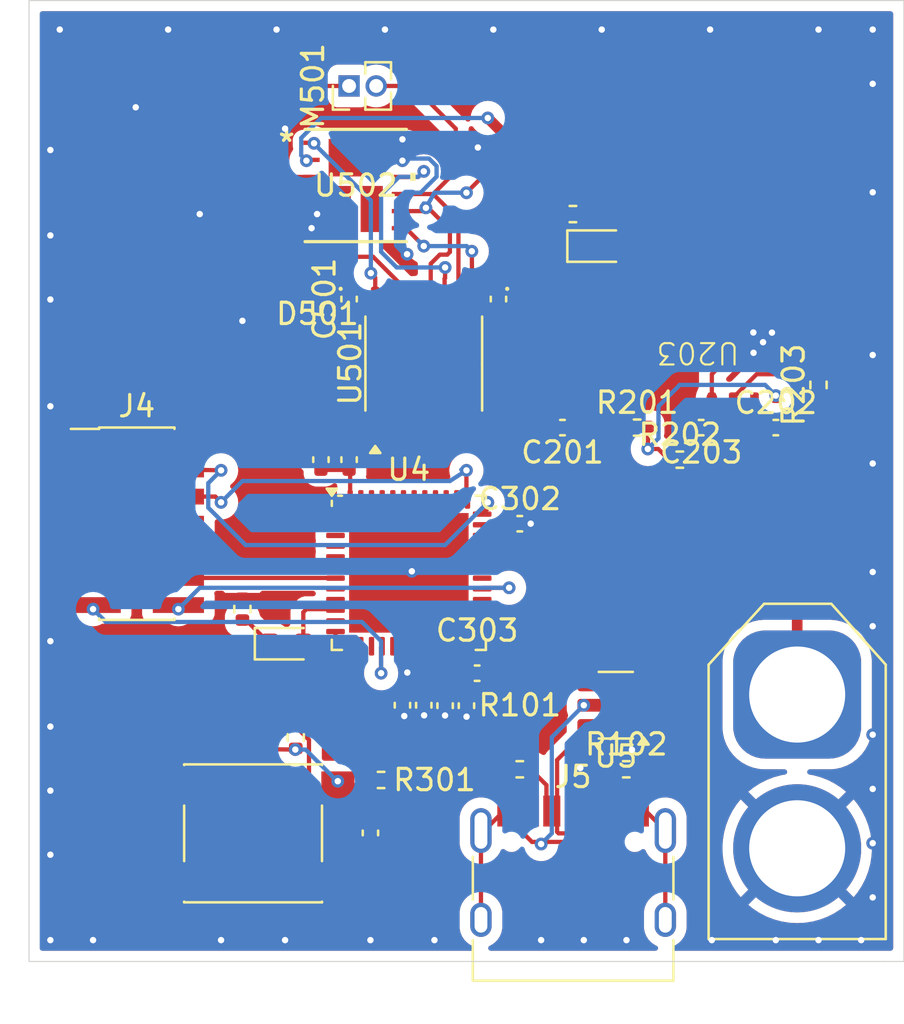
<source format=kicad_pcb>
(kicad_pcb (version 20240108) (generator "pcbnew") (generator_version "8.0")
  (layers (0 "F.Cu" signal) (31 "B.Cu" signal) (34 "B.Paste" user) (35 "F.Paste" user) (36 "B.SilkS" user "B.Silkscreen") (37 "F.SilkS" user "F.Silkscreen") (38 "B.Mask" user) (39 "F.Mask" user) (44 "Edge.Cuts" user))
  (net 0 "")
  (net 1 "GND")
  (net 2 "+3.3V")
  (net 3 "/PSU/VBAT")
  (net 4 "/CPU/BTN")
  (net 5 "/Motor/BHS")
  (net 6 "Net-(U501-BHB)")
  (net 7 "/Motor/AHS")
  (net 8 "Net-(D201-K)")
  (net 9 "/CPU/LED")
  (net 10 "Net-(D301-K)")
  (net 11 "/CPU/RX")
  (net 13 "/CPU/SWCLK")
  (net 16 "/CPU/TX")
  (net 17 "/CPU/NRST")
  (net 18 "/CPU/SWDIO")
  (net 21 "/USB/V_USB")
  (net 22 "/USB/ISO_GND")
  (net 23 "/USB/D-")
  (net 24 "Net-(J5-CC2)")
  (net 25 "Net-(J5-CC1)")
  (net 27 "/USB/D+")
  (net 29 "Net-(U203-FB)")
  (net 66 "/USB/USB_DP")
  (net 67 "/USB/USB_DM")
  (net 68 "/Motor/AHI")
  (net 70 "/Motor/BLO")
  (net 71 "/Motor/AHO")
  (net 72 "/Motor/BHO")
  (net 73 "/Motor/ALI")
  (net 74 "/Motor/ALO")
  (net 75 "Net-(R301-Pad2)")
  (net 76 "Net-(U501-AHB)")
  (net 77 "/Motor/BLI")
  (net 78 "/Motor/BHI")
  (net 80 "Net-(U203-VCC)")
  (net 81 "Net-(U203-FSW)")
  (net 82 "Net-(U203-EN)")
  (footprint "Package_SO:TSSOP-16_4.4x5mm_P0.65mm" (layer "F.Cu") (at 108.5 102 90)
    (property "Reference" "U501")
    (property "Value" "~")
  )
  (footprint "Connector_AMASS:AMASS_XT60-F_1x02_P7.20mm_Vertical" (layer "F.Cu") (at 126 117.5 -90)
    (property "Reference" "J201" (hide yes))
    (property "Value" "Conn_01x02_Pin")
  )
  (footprint "FDMQ86530L:MLP_4P5X5_ONS-L" (layer "F.Cu") (at 105.3111 93.6611)
    (property "Reference" "U502")
    (property "Value" "~")
  )
  (footprint "Resistor_SMD:R_0402_1005Metric" (layer "F.Cu") (at 127 103 90)
    (property "Reference" "R203")
    (property "Value" "R")
  )
  (footprint "Capacitor_SMD:C_0402_1005Metric" (layer "F.Cu") (at 105 106.5 90)
    (property "Reference" "C301" (hide yes))
    (property "Value" "100n")
  )
  (footprint "Capacitor_SMD:C_0402_1005Metric" (layer "F.Cu") (at 112 98.98 90)
    (property "Reference" "C502" (hide yes))
    (property "Value" "C")
  )
  (footprint "Capacitor_SMD:C_0402_1005Metric" (layer "F.Cu") (at 109.5 118.02 -90)
    (property "Reference" "C309" (hide yes))
    (property "Value" "1u")
  )
  (footprint "Diode_SMD:D_0402_1005Metric" (layer "F.Cu") (at 103.515 98.5 180)
    (property "Reference" "D501")
    (property "Value" "D_Zener")
  )
  (footprint "Resistor_SMD:R_0402_1005Metric" (layer "F.Cu") (at 117.99 121)
    (property "Reference" "R102")
    (property "Value" "5.1k")
  )
  (footprint "Capacitor_SMD:C_0402_1005Metric" (layer "F.Cu") (at 113 109.5)
    (property "Reference" "C302")
    (property "Value" "100n")
  )
  (footprint "Resistor_SMD:R_0402_1005Metric" (layer "F.Cu") (at 113 121 180)
    (property "Reference" "R101")
    (property "Value" "5.1k")
  )
  (footprint "Capacitor_SMD:C_0402_1005Metric" (layer "F.Cu") (at 103.68 106.5 90)
    (property "Reference" "C305" (hide yes))
    (property "Value" "4.7u")
  )
  (footprint "Capacitor_SMD:C_0402_1005Metric" (layer "F.Cu") (at 108.5 118 -90)
    (property "Reference" "C307" (hide yes))
    (property "Value" "100n")
  )
  (footprint "Connector_PinHeader_1.27mm:PinHeader_2x07_P1.27mm_Vertical_SMD" (layer "F.Cu") (at 95.05 109.5)
    (property "Reference" "J4")
    (property "Value" "Conn_ST_STDC14")
  )
  (footprint "Capacitor_SMD:C_0402_1005Metric" (layer "F.Cu") (at 121.5 105 180)
    (property "Reference" "C203")
    (property "Value" "C")
  )
  (footprint "Capacitor_SMD:C_0402_1005Metric" (layer "F.Cu") (at 107.5 118 -90)
    (property "Reference" "C308" (hide yes))
    (property "Value" "1u")
  )
  (footprint "Capacitor_SMD:C_0402_1005Metric" (layer "F.Cu") (at 105 98.98 90)
    (property "Reference" "C501")
    (property "Value" "C")
  )
  (footprint "Resistor_SMD:R_0402_1005Metric" (layer "F.Cu") (at 118.5 105)
    (property "Reference" "R201")
    (property "Value" "402K")
  )
  (footprint "LED_SMD:LED_0603_1608Metric" (layer "F.Cu") (at 102.067106 115.119214)
    (property "Reference" "D301" (hide yes))
    (property "Value" "LED")
  )
  (footprint "Resistor_SMD:R_0402_1005Metric" (layer "F.Cu") (at 102.5 119.51 -90)
    (property "Reference" "R302" (hide yes))
    (property "Value" "10k" (hide yes))
  )
  (footprint "Capacitor_SMD:C_0402_1005Metric" (layer "F.Cu") (at 110.5 118.02 -90)
    (property "Reference" "C306" (hide yes))
    (property "Value" "10n")
  )
  (footprint "Diode_SMD:D_0402_1005Metric" (layer "F.Cu") (at 113.5 98.5)
    (property "Reference" "D502" (hide yes))
    (property "Value" "D_Zener")
  )
  (footprint "Capacitor_SMD:C_0402_1005Metric" (layer "F.Cu") (at 111 116.5)
    (property "Reference" "C303")
    (property "Value" "100n")
  )
  (footprint "Capacitor_SMD:C_0402_1005Metric" (layer "F.Cu") (at 115 105 180)
    (property "Reference" "C201")
    (property "Value" "C")
  )
  (footprint "Connector_USB:USB_C_Receptacle_HRO_TYPE-C-31-M-12" (layer "F.Cu") (at 115.5 127)
    (property "Reference" "J5")
    (property "Value" "USB_C_Receptacle_USB2.0_16P")
  )
  (footprint "Resistor_SMD:R_0402_1005Metric" (layer "F.Cu") (at 115.49 95)
    (property "Reference" "R204" (hide yes))
    (property "Value" "10k" (hide yes))
  )
  (footprint "Package_TO_SOT_SMD:SOT-23-6" (layer "F.Cu") (at 117.5 118 180)
    (property "Reference" "U5")
    (property "Value" "USBLC6-2SC6")
  )
  (footprint "Button_Switch_SMD:SW_Push_1P1T_NO_6x6mm_H9.5mm" (layer "F.Cu") (at 100.5 124)
    (property "Reference" "SW301" (hide yes))
    (property "Value" "SW_Push" (hide yes))
  )
  (footprint "Resistor_SMD:R_0402_1005Metric" (layer "F.Cu") (at 120.5 106.5)
    (property "Reference" "R202")
    (property "Value" "80")
  )
  (footprint "Capacitor_SMD:C_0402_1005Metric" (layer "F.Cu") (at 125 105)
    (property "Reference" "C202")
    (property "Value" "C")
  )
  (footprint "MakerMotor:171013801" (layer "F.Cu") (at 121.35 101 180)
    (property "Reference" "U203")
    (property "Value" "~")
  )
  (footprint "Connector_PinHeader_1.27mm:PinHeader_1x02_P1.27mm_Vertical" (layer "F.Cu") (at 105 89 90)
    (property "Reference" "M501")
    (property "Value" "Motor_DC")
  )
  (footprint "LED_SMD:LED_0603_1608Metric" (layer "F.Cu") (at 116.7125 96.5)
    (property "Reference" "D201" (hide yes))
    (property "Value" "LED")
  )
  (footprint "Package_DFN_QFN:QFN-48-1EP_7x7mm_P0.5mm_EP5.6x5.6mm" (layer "F.Cu") (at 107.8 111.8)
    (property "Reference" "U4")
    (property "Value" "STM32G431CBUx")
  )
  (footprint "Resistor_SMD:R_0402_1005Metric" (layer "F.Cu") (at 100 113.5 -90)
    (property "Reference" "R303" (hide yes))
    (property "Value" "10k")
  )
  (footprint "Capacitor_SMD:C_0402_1005Metric" (layer "F.Cu") (at 106 123.98 -90)
    (property "Reference" "C310" (hide yes))
    (property "Value" "100n")
  )
  (footprint "Resistor_SMD:R_0402_1005Metric" (layer "F.Cu") (at 106.5 121.5 180)
    (property "Reference" "R301")
    (property "Value" "10k" (hide yes))
  )
  (gr_line (start 130 85) (end 90 85) (stroke (width 0.05)) (layer "Edge.Cuts"))
  (gr_line (start 90 130) (end 130 130) (stroke (width 0.05)) (layer "Edge.Cuts"))
  (gr_line (start 130 130) (end 131 130) (stroke (width 0.05)) (layer "Edge.Cuts"))
  (gr_line (start 90 85) (end 90 130) (stroke (width 0.05)) (layer "Edge.Cuts"))
  (gr_line (start 131 130) (end 131 85) (stroke (width 0.05)) (layer "Edge.Cuts"))
  (gr_line (start 130 85) (end 131 85) (stroke (width 0.05)) (layer "Edge.Cuts"))
  (segment (start 124 98.4) (end 124 97.5) (width 0.2) (layer "F.Cu") (net 1))
  (segment (start 108 92) (end 107.5 91.5) (width 0.2) (layer "F.Cu") (net 1))
  (segment (start 106 124.725) (end 104.475 126.25) (width 0.2) (layer "F.Cu") (net 1))
  (segment (start 108 92) (end 108.571833 92) (width 0.2) (layer "F.Cu") (net 1))
  (segment (start 106 124.46) (end 106 124.725) (width 0.2) (layer "F.Cu") (net 1))
  (segment (start 107.5 92.5) (end 108 92) (width 0.2) (layer "F.Cu") (net 1))
  (via (at 101.6 86.36) (size 0.6) (drill 0.3) (layers "F.Cu" "B.Cu") (net 1))
  (via (at 127 86.36) (size 0.6) (drill 0.3) (layers "F.Cu" "B.Cu") (net 1))
  (via (at 115.83478 120.940521) (size 0.6) (drill 0.3) (layers "F.Cu" "B.Cu") (net 1))
  (via (at 129.54 111.76) (size 0.6) (drill 0.3) (layers "F.Cu" "B.Cu") (net 1))
  (via (at 110.50479 118.535807) (size 0.6) (drill 0.3) (layers "F.Cu" "B.Cu") (net 1))
  (via (at 111.76 86.36) (size 0.6) (drill 0.3) (layers "F.Cu" "B.Cu") (net 1))
  (via (at 107.940521 111.728655) (size 0.6) (drill 0.3) (layers "F.Cu" "B.Cu") (net 1))
  (via (at 93 129) (size 0.6) (drill 0.3) (layers "F.Cu" "B.Cu") (net 1))
  (via (at 116 129) (size 0.6) (drill 0.3) (layers "F.Cu" "B.Cu") (net 1))
  (via (at 91 99) (size 0.6) (drill 0.3) (layers "F.Cu" "B.Cu") (net 1))
  (via (at 91 104) (size 0.6) (drill 0.3) (layers "F.Cu" "B.Cu") (net 1))
  (via (at 124.818147 100.550603) (size 0.6) (drill 0.3) (layers "F.Cu" "B.Cu") (net 1))
  (via (at 122 129) (size 0.6) (drill 0.3) (layers "F.Cu" "B.Cu") (net 1))
  (via (at 91 122) (size 0.6) (drill 0.3) (layers "F.Cu" "B.Cu") (net 1))
  (via (at 129.54 93.98) (size 0.6) (drill 0.3) (layers "F.Cu" "B.Cu") (net 1))
  (via (at 129.54 106.68) (size 0.6) (drill 0.3) (layers "F.Cu" "B.Cu") (net 1))
  (via (at 96.52 86.36) (size 0.6) (drill 0.3) (layers "F.Cu" "B.Cu") (net 1))
  (via (at 129 129) (size 0.6) (drill 0.3) (layers "F.Cu" "B.Cu") (net 1))
  (via (at 98 95) (size 0.6) (drill 0.3) (layers "F.Cu" "B.Cu") (net 1))
  (via (at 118 129) (size 0.6) (drill 0.3) (layers "F.Cu" "B.Cu") (net 1))
  (via (at 129.54 119.38) (size 0.6) (drill 0.3) (layers "F.Cu" "B.Cu") (net 1))
  (via (at 91 129) (size 0.6) (drill 0.3) (layers "F.Cu" "B.Cu") (net 1))
  (via (at 91 125) (size 0.6) (drill 0.3) (layers "F.Cu" "B.Cu") (net 1))
  (via (at 114 129) (size 0.6) (drill 0.3) (layers "F.Cu" "B.Cu") (net 1))
  (via (at 129.54 114.3) (size 0.6) (drill 0.3) (layers "F.Cu" "B.Cu") (net 1))
  (via (at 129.54 127) (size 0.6) (drill 0.3) (layers "F.Cu" "B.Cu") (net 1))
  (via (at 121.92 86.36) (size 0.6) (drill 0.3) (layers "F.Cu" "B.Cu") (net 1))
  (via (at 91 119) (size 0.6) (drill 0.3) (layers "F.Cu" "B.Cu") (net 1))
  (via (at 107.72904 116.469223) (size 0.6) (drill 0.3) (layers "F.Cu" "B.Cu") (net 1))
  (via (at 109 129) (size 0.6) (drill 0.3) (layers "F.Cu" "B.Cu") (net 1))
  (via (at 95 90) (size 0.6) (drill 0.3) (layers "F.Cu" "B.Cu") (net 1))
  (via (at 129.54 86.36) (size 0.6) (drill 0.3) (layers "F.Cu" "B.Cu") (net 1))
  (via (at 123.954601 101.496392) (size 0.6) (drill 0.3) (layers "F.Cu" "B.Cu") (net 1))
  (via (at 118.255539 120.083839) (size 0.6) (drill 0.3) (layers "F.Cu" "B.Cu") (net 1))
  (via (at 91 96) (size 0.6) (drill 0.3) (layers "F.Cu" "B.Cu") (net 1))
  (via (at 100 100) (size 0.6) (drill 0.3) (layers "F.Cu" "B.Cu") (net 1))
  (via (at 111.03531 91.882271) (size 0.6) (drill 0.3) (layers "F.Cu" "B.Cu") (net 1))
  (via (at 102 91) (size 0.6) (drill 0.3) (layers "F.Cu" "B.Cu") (net 1))
  (via (at 127 129) (size 0.6) (drill 0.3) (layers "F.Cu" "B.Cu") (net 1))
  (via (at 107.5 92.5) (size 0.6) (drill 0.3) (layers "F.Cu" "B.Cu") (net 1))
  (via (at 107.585179 118.506435) (size 0.6) (drill 0.3) (layers "F.Cu" "B.Cu") (net 1))
  (via (at 125 129) (size 0.6) (drill 0.3) (layers "F.Cu" "B.Cu") (net 1))
  (via (at 129.54 124.46) (size 0.6) (drill 0.3) (layers "F.Cu" "B.Cu") (net 1))
  (via (at 103.5 95) (size 0.6) (drill 0.3) (layers "F.Cu" "B.Cu") (net 1))
  (via (at 116.84 86.36) (size 0.6) (drill 0.3) (layers "F.Cu" "B.Cu") (net 1))
  (via (at 99 129) (size 0.6) (drill 0.3) (layers "F.Cu" "B.Cu") (net 1))
  (via (at 91.44 86.36) (size 0.6) (drill 0.3) (layers "F.Cu" "B.Cu") (net 1))
  (via (at 123.945789 100.544728) (size 0.6) (drill 0.3) (layers "F.Cu" "B.Cu") (net 1))
  (via (at 107.716461 96.880249) (size 0.6) (drill 0.3) (layers "F.Cu" "B.Cu") (net 1))
  (via (at 129.54 88.9) (size 0.6) (drill 0.3) (layers "F.Cu" "B.Cu") (net 1))
  (via (at 106.68 86.36) (size 0.6) (drill 0.3) (layers "F.Cu" "B.Cu") (net 1))
  (via (at 102 129) (size 0.6) (drill 0.3) (layers "F.Cu" "B.Cu") (net 1))
  (via (at 91 115) (size 0.6) (drill 0.3) (layers "F.Cu" "B.Cu") (net 1))
  (via (at 91 92) (size 0.6) (drill 0.3) (layers "F.Cu" "B.Cu") (net 1))
  (via (at 129.54 121.92) (size 0.6) (drill 0.3) (layers "F.Cu" "B.Cu") (net 1))
  (via (at 108.516282 118.474125) (size 0.6) (drill 0.3) (layers "F.Cu" "B.Cu") (net 1))
  (via (at 107.5 91.5) (size 0.6) (drill 0.3) (layers "F.Cu" "B.Cu") (net 1))
  (via (at 106 129) (size 0.6) (drill 0.3) (layers "F.Cu" "B.Cu") (net 1))
  (via (at 109.497319 118.48) (size 0.6) (drill 0.3) (layers "F.Cu" "B.Cu") (net 1))
  (via (at 103.241 95.661099) (size 0.6) (drill 0.3) (layers "F.Cu" "B.Cu") (net 1))
  (via (at 129.54 101.6) (size 0.6) (drill 0.3) (layers "F.Cu" "B.Cu") (net 1))
  (via (at 113.511078 109.497732) (size 0.6) (drill 0.3) (layers "F.Cu" "B.Cu") (net 1))
  (via (at 124.4 101) (size 0.6) (drill 0.3) (layers "F.Cu" "B.Cu") (net 1))
  (segment (start 107.5 92.5) (end 107.6 92.4) (width 0.2) (layer "B.Cu") (net 1))
  (segment (start 108.748529 92.4) (end 109.1 92.751471) (width 0.2) (layer "B.Cu") (net 1))
  (segment (start 109.1 92.751471) (end 109.1 93.248529) (width 0.2) (layer "B.Cu") (net 1))
  (segment (start 107.6 92.4) (end 108.748529 92.4) (width 0.2) (layer "B.Cu") (net 1))
  (segment (start 108.348529 94) (end 108 94) (width 0.2) (layer "B.Cu") (net 1))
  (segment (start 109.1 93.248529) (end 108.348529 94) (width 0.2) (layer "B.Cu") (net 1))
  (segment (start 95.48 105.02) (end 95.48 105.41) (width 0.2) (layer "F.Cu") (net 2))
  (segment (start 112.04 117.54) (end 110.5 117.54) (width 0.2) (layer "F.Cu") (net 2))
  (segment (start 107.5 117.52) (end 107.48 117.52) (width 0.2) (layer "F.Cu") (net 2))
  (segment (start 103.68 106.98) (end 101.72 105.02) (width 0.2) (layer "F.Cu") (net 2))
  (segment (start 110.05 115.2375) (end 110.05 116.03) (width 0.2) (layer "F.Cu") (net 2))
  (segment (start 101.72 105.02) (end 95.48 105.02) (width 0.2) (layer "F.Cu") (net 2))
  (segment (start 112.47 109.55) (end 112.52 109.5) (width 0.2) (layer "F.Cu") (net 2))
  (segment (start 108.55 115.2375) (end 108.55 117.47) (width 0.2) (layer "F.Cu") (net 2))
  (segment (start 117.5 96.5) (end 117.5 97) (width 0.2) (layer "F.Cu") (net 2))
  (segment (start 115.48 105) (end 115.48 106.54) (width 0.2) (layer "F.Cu") (net 2))
  (segment (start 107.48 117.52) (end 106.89 118.11) (width 0.2) (layer "F.Cu") (net 2))
  (segment (start 106.89 118.11) (end 106.89 121.38) (width 0.2) (layer "F.Cu") (net 2))
  (segment (start 109.05 116.05) (end 109.5 116.5) (width 0.2) (layer "F.Cu") (net 2))
  (segment (start 108.55 115.2375) (end 109.05 115.2375) (width 0.2) (layer "F.Cu") (net 2))
  (segment (start 114.26 107.76) (end 112.52 109.5) (width 0.2) (layer "F.Cu") (net 2))
  (segment (start 117.25 104.26) (end 117.99 105) (width 0.2) (layer "F.Cu") (net 2))
  (segment (start 112.5 118) (end 112.04 117.54) (width 0.2) (layer "F.Cu") (net 2))
  (segment (start 95.48 105.41) (end 93.93 106.96) (width 0.2) (layer "F.Cu") (net 2))
  (segment (start 117.99 105) (end 115.48 105) (width 0.2) (layer "F.Cu") (net 2))
  (segment (start 115.48 106.54) (end 114.26 107.76) (width 0.2) (layer "F.Cu") (net 2))
  (segment (start 109.5 117.54) (end 110.5 117.54) (width 0.2) (layer "F.Cu") (net 2))
  (segment (start 110.52 117.52) (end 110.5 117.54) (width 0.2) (layer "F.Cu") (net 2))
  (segment (start 109.05 115.2375) (end 109.05 116.05) (width 0.2) (layer "F.Cu") (net 2))
  (segment (start 93.93 106.96) (end 93.1 106.96) (width 0.2) (layer "F.Cu") (net 2))
  (segment (start 117.25 97.25) (end 117.25 98.9) (width 0.2) (layer "F.Cu") (net 2))
  (segment (start 114.26 116.74) (end 113 118) (width 0.2) (layer "F.Cu") (net 2))
  (segment (start 117.25 103.1) (end 117.25 104.26) (width 0.2) (layer "F.Cu") (net 2))
  (segment (start 105.05 107.03) (end 105 106.98) (width 0.2) (layer "F.Cu") (net 2))
  (segment (start 117.25 98.9) (end 117.25 103.1) (width 0.2) (layer "F.Cu") (net 2))
  (segment (start 111.2375 109.55) (end 112.47 109.55) (width 0.2) (layer "F.Cu") (net 2))
  (segment (start 107.5 117.52) (end 108.5 117.52) (width 0.2) (layer "F.Cu") (net 2))
  (segment (start 109.5 116.5) (end 109.5 117.54) (width 0.2) (layer "F.Cu") (net 2))
  (segment (start 114.26 107.76) (end 114.26 116.74) (width 0.2) (layer "F.Cu") (net 2))
  (segment (start 103.68 106.98) (end 105 106.98) (width 0.2) (layer "F.Cu") (net 2))
  (segment (start 106.89 121.38) (end 107.01 121.5) (width 0.2) (layer "F.Cu") (net 2))
  (segment (start 108.55 117.47) (end 108.5 117.52) (width 0.2) (layer "F.Cu") (net 2))
  (segment (start 113 118) (end 112.5 118) (width 0.2) (layer "F.Cu") (net 2))
  (segment (start 117.5 97) (end 117.25 97.25) (width 0.2) (layer "F.Cu") (net 2))
  (segment (start 110.05 116.03) (end 110.52 116.5) (width 0.2) (layer "F.Cu") (net 2))
  (segment (start 110.52 116.5) (end 110.52 117.52) (width 0.2) (layer "F.Cu") (net 2))
  (segment (start 105.05 108.3625) (end 105.05 107.03) (width 0.2) (layer "F.Cu") (net 2))
  (segment (start 123 98.4) (end 123 98) (width 0.5) (layer "F.Cu") (net 3))
  (segment (start 109.725 96.775) (end 109.6 96.9) (width 0.2) (layer "F.Cu") (net 3))
  (segment (start 108.825 97.326471) (end 108.825 99.1375) (width 0.2) (layer "F.Cu") (net 3))
  (segment (start 112.5 92) (end 110.5 94) (width 0.2) (layer "F.Cu") (net 3))
  (segment (start 112.5 91.5) (end 112.5 92) (width 0.2) (layer "F.Cu") (net 3))
  (segment (start 122 103.6) (end 122 104.98) (width 0.5) (layer "F.Cu") (net 3))
  (segment (start 108.599964 94.707619) (end 108.707619 94.707619) (width 0.2) (layer "F.Cu") (net 3))
  (segment (start 126 110) (end 126 117.5) (width 0.5) (layer "F.Cu") (net 3))
  (segment (start 123 98) (end 116.5 91.5) (width 0.5) (layer "F.Cu") (net 3))
  (segment (start 108.825 99.793456) (end 108.825 99.1375) (width 0.2) (layer "F.Cu") (net 3))
  (segment (start 122 102.5) (end 123 101.5) (width 0.2) (layer "F.Cu") (net 3))
  (segment (start 122 104.98) (end 121.98 105) (width 0.5) (layer "F.Cu") (net 3))
  (segment (start 121.98 105) (end 121.98 105.98) (width 0.5) (layer "F.Cu") (net 3))
  (segment (start 108.707619 94.707619) (end 109.725 95.725) (width 0.2) (layer "F.Cu") (net 3))
  (segment (start 109.6 96.9) (end 109.251471 96.9) (width 0.2) (layer "F.Cu") (net 3))
  (segment (start 109.725 95.725) (end 109.725 96.775) (width 0.2) (layer "F.Cu") (net 3))
  (segment (start 103.241 92.4611) (end 102.9616 92.4611) (width 0.2) (layer "F.Cu") (net 3))
  (segment (start 107.3812 94.8611) (end 108.446483 94.8611) (width 0.2) (layer "F.Cu") (net 3))
  (segment (start 109.251471 96.9) (end 108.825 97.326471) (width 0.2) (layer "F.Cu") (net 3))
  (segment (start 121.98 105.98) (end 126 110) (width 0.5) (layer "F.Cu") (net 3))
  (segment (start 123 101.5) (end 123 98.4) (width 0.2) (layer "F.Cu") (net 3))
  (segment (start 112.5 91.5) (end 111.5 90.5) (width 0.5) (layer "F.Cu") (net 3))
  (segment (start 122 103.6) (end 122 102.5) (width 0.2) (layer "F.Cu") (net 3))
  (segment (start 116.5 91.5) (end 112.5 91.5) (width 0.5) (layer "F.Cu") (net 3))
  (segment (start 108.446483 94.8611) (end 108.599964 94.707619) (width 0.2) (layer "F.Cu") (net 3))
  (via (at 110.5 94) (size 0.6) (drill 0.3) (layers "F.Cu" "B.Cu") (net 3))
  (via (at 108.599964 94.707619) (size 0.6) (drill 0.3) (layers "F.Cu" "B.Cu") (net 3))
  (via (at 103 92.5) (size 0.6) (drill 0.3) (layers "F.Cu" "B.Cu") (net 3))
  (via (at 111.5 90.5) (size 0.6) (drill 0.3) (layers "F.Cu" "B.Cu") (net 3))
  (segment (start 109 94) (end 108.599964 94.707619) (width 0.2) (layer "B.Cu") (net 3))
  (segment (start 102.756699 92.256699) (end 103 92.5) (width 0.2) (layer "B.Cu") (net 3))
  (segment (start 108.599964 94.707619) (end 108.5 94.5) (width 0.2) (layer "B.Cu") (net 3))
  (segment (start 111.5 90.5) (end 103.693032 90.5) (width 0.2) (layer "B.Cu") (net 3))
  (segment (start 103.693032 90.5) (end 102.756699 91.436333) (width 0.2) (layer "B.Cu") (net 3))
  (segment (start 102.756699 91.436333) (end 102.756699 92.256699) (width 0.2) (layer "B.Cu") (net 3))
  (segment (start 110.5 94) (end 109 94) (width 0.2) (layer "B.Cu") (net 3))
  (segment (start 102.5 117.5) (end 104.3625 115.6375) (width 0.2) (layer "F.Cu") (net 4))
  (segment (start 104.3625 115.6375) (end 104.3625 114.55) (width 0.2) (layer "F.Cu") (net 4))
  (segment (start 102.5 119) (end 103.12 119.62) (width 0.2) (layer "F.Cu") (net 4))
  (segment (start 103.12 119.62) (end 103.12 122.42) (width 0.2) (layer "F.Cu") (net 4))
  (segment (start 103.12 122.42) (end 104.2 123.5) (width 0.2) (layer "F.Cu") (net 4))
  (segment (start 104.2 123.5) (end 106 123.5) (width 0.2) (layer "F.Cu") (net 4))
  (segment (start 102.5 119) (end 102.5 117.5) (width 0.2) (layer "F.Cu") (net 4))
  (segment (start 104 98.5) (end 105 98.5) (width 0.2) (layer "F.Cu") (net 5))
  (segment (start 105.956544 100.175) (end 106.574999 100.175) (width 0.2) (layer "F.Cu") (net 5))
  (segment (start 105 98.5) (end 105.725 99.225) (width 0.2) (layer "F.Cu") (net 5))
  (segment (start 106.875 99.874999) (end 106.875 99.1375) (width 0.2) (layer "F.Cu") (net 5))
  (segment (start 106.574999 100.175) (end 106.875 99.874999) (width 0.2) (layer "F.Cu") (net 5))
  (segment (start 105.725 99.225) (end 105.725 99.943456) (width 0.2) (layer "F.Cu") (net 5))
  (segment (start 102.5 89) (end 100.5 91) (width 0.2) (layer "F.Cu") (net 5))
  (segment (start 105.725 99.943456) (end 105.956544 100.175) (width 0.2) (layer "F.Cu") (net 5))
  (segment (start 102.834314 97.4) (end 101.261101 95.826787) (width 0.2) (layer "F.Cu") (net 5))
  (segment (start 100.5 91) (end 100.5 92.5) (width 0.2) (layer "F.Cu") (net 5))
  (segment (start 101.261101 95.826787) (end 101.261101 93.261101) (width 0.2) (layer "F.Cu") (net 5))
  (segment (start 101.261101 93.261101) (end 103.241 93.261101) (width 0.2) (layer "F.Cu") (net 5))
  (segment (start 100.5 92.5) (end 101.261101 93.261101) (width 0.2) (layer "F.Cu") (net 5))
  (segment (start 105 89) (end 102.5 89) (width 0.2) (layer "F.Cu") (net 5))
  (segment (start 104 98.5) (end 102.9 97.4) (width 0.2) (layer "F.Cu") (net 5))
  (segment (start 102.9 97.4) (end 102.834314 97.4) (width 0.2) (layer "F.Cu") (net 5))
  (segment (start 106.225 103.225) (end 105 102) (width 0.2) (layer "F.Cu") (net 6))
  (segment (start 105 102) (end 105 99.46) (width 0.2) (layer "F.Cu") (net 6))
  (segment (start 106.225 104.8625) (end 106.225 103.225) (width 0.2) (layer "F.Cu") (net 6))
  (segment (start 110.425001 100.175) (end 111.043456 100.175) (width 0.2) (layer "F.Cu") (net 7))
  (segment (start 110.125 99.1375) (end 110.125 95.247198) (width 0.2) (layer "F.Cu") (net 7))
  (segment (start 106.27 89) (end 108 89) (width 0.2) (layer "F.Cu") (net 7))
  (segment (start 108.938901 94.061099) (end 107.3812 94.061099) (width 0.2) (layer "F.Cu") (net 7))
  (segment (start 112 98.5) (end 113.015 98.5) (width 0.2) (layer "F.Cu") (net 7))
  (segment (start 110.125 99.874999) (end 110.425001 100.175) (width 0.2) (layer "F.Cu") (net 7))
  (segment (start 108 89) (end 110 91) (width 0.2) (layer "F.Cu") (net 7))
  (segment (start 110 91) (end 110 93) (width 0.2) (layer "F.Cu") (net 7))
  (segment (start 111.275 99.943456) (end 111.275 99.225) (width 0.2) (layer "F.Cu") (net 7))
  (segment (start 110 93) (end 108.938901 94.061099) (width 0.2) (layer "F.Cu") (net 7))
  (segment (start 111.275 99.225) (end 112 98.5) (width 0.2) (layer "F.Cu") (net 7))
  (segment (start 111.043456 100.175) (end 111.275 99.943456) (width 0.2) (layer "F.Cu") (net 7))
  (segment (start 110.125 95.247198) (end 108.938901 94.061099) (width 0.2) (layer "F.Cu") (net 7))
  (segment (start 110.125 99.1375) (end 110.125 99.874999) (width 0.2) (layer "F.Cu") (net 7))
  (segment (start 115.925 95.075) (end 116 95) (width 0.2) (layer "F.Cu") (net 8))
  (segment (start 115.925 96.5) (end 115.925 95.075) (width 0.2) (layer "F.Cu") (net 8))
  (segment (start 104.3125 113.5) (end 104.3625 113.55) (width 0.2) (layer "F.Cu") (net 9))
  (segment (start 103 113.5) (end 102.854606 113.645394) (width 0.2) (layer "F.Cu") (net 9))
  (segment (start 102.854606 113.645394) (end 102.854606 115.119214) (width 0.2) (layer "F.Cu") (net 9))
  (segment (start 103 113.5) (end 104.3125 113.5) (width 0.2) (layer "F.Cu") (net 9))
  (segment (start 100 114.01) (end 100.170392 114.01) (width 0.2) (layer "F.Cu") (net 10))
  (segment (start 100.170392 114.01) (end 101.279606 115.119214) (width 0.2) (layer "F.Cu") (net 10))
  (segment (start 106.5 115.2875) (end 106.55 115.2375) (width 0.2) (layer "F.Cu") (net 11))
  (segment (start 106.5 116.5) (end 106.5 115.2875) (width 0.2) (layer "F.Cu") (net 11))
  (via (at 106.5 116.5) (size 0.6) (drill 0.3) (layers "F.Cu" "B.Cu") (net 11))
  (via (at 93 113.5) (size 0.6) (drill 0.3) (layers "F.Cu" "B.Cu") (net 11))
  (segment (start 93 113.5) (end 93.6 114.1) (width 0.2) (layer "B.Cu") (net 11))
  (segment (start 105.6 114.1) (end 106.5 115) (width 0.2) (layer "B.Cu") (net 11))
  (segment (start 93.6 114.1) (end 105.6 114.1) (width 0.2) (layer "B.Cu") (net 11))
  (segment (start 106.5 116) (end 106.5 116.5) (width 0.2) (layer "B.Cu") (net 11))
  (segment (start 106.5 115) (end 106.5 115.5) (width 0.2) (layer "B.Cu") (net 11))
  (segment (start 106.5 115.5) (end 106.5 116) (width 0.2) (layer "B.Cu") (net 11))
  (segment (start 97 108.23) (end 98.73 108.23) (width 0.2) (layer "F.Cu") (net 13))
  (segment (start 110.5 107) (end 110.5 108.3125) (width 0.2) (layer "F.Cu") (net 13))
  (segment (start 98.73 108.23) (end 99 108.5) (width 0.2) (layer "F.Cu") (net 13))
  (segment (start 110.5 108.3125) (end 110.55 108.3625) (width 0.2) (layer "F.Cu") (net 13))
  (via (at 110.5 107) (size 0.6) (drill 0.3) (layers "F.Cu" "B.Cu") (net 13))
  (via (at 99 108.5) (size 0.6) (drill 0.3) (layers "F.Cu" "B.Cu") (net 13))
  (segment (start 100 107.5) (end 109.725056 107.5) (width 0.2) (layer "B.Cu") (net 13))
  (segment (start 110.5 107) (end 110.256781 106.968275) (width 0.2) (layer "B.Cu") (net 13))
  (segment (start 109.725056 107.5) (end 110.5 107) (width 0.2) (layer "B.Cu") (net 13))
  (segment (start 99 108.5) (end 100 107.5) (width 0.2) (layer "B.Cu") (net 13))
  (segment (start 111.2875 112.5) (end 111.2375 112.55) (width 0.2) (layer "F.Cu") (net 16))
  (segment (start 112.5 112.5) (end 111.2875 112.5) (width 0.2) (layer "F.Cu") (net 16))
  (via (at 112.5 112.5) (size 0.6) (drill 0.3) (layers "F.Cu" "B.Cu") (net 16))
  (via (at 97 113.5) (size 0.6) (drill 0.3) (layers "F.Cu" "B.Cu") (net 16))
  (segment (start 98 112.5) (end 112.5 112.5) (width 0.2) (layer "B.Cu") (net 16))
  (segment (start 97 113.5) (end 98 112.5) (width 0.2) (layer "B.Cu") (net 16))
  (segment (start 97 112.04) (end 104.3525 112.04) (width 0.2) (layer "F.Cu") (net 17))
  (segment (start 104.3525 112.04) (end 104.3625 112.05) (width 0.2) (layer "F.Cu") (net 17))
  (segment (start 99 107) (end 98.96 106.96) (width 0.2) (layer "F.Cu") (net 18))
  (segment (start 111.5 108.5) (end 111.5 108.7875) (width 0.2) (layer "F.Cu") (net 18))
  (segment (start 111.5 108.7875) (end 111.2375 109.05) (width 0.2) (layer "F.Cu") (net 18))
  (segment (start 97 106.96) (end 99 107) (width 0.2) (layer "F.Cu") (net 18))
  (via (at 111.5 108.5) (size 0.6) (drill 0.3) (layers "F.Cu" "B.Cu") (net 18))
  (via (at 99 107) (size 0.6) (drill 0.3) (layers "F.Cu" "B.Cu") (net 18))
  (segment (start 99 107) (end 98.4 107.6) (width 0.2) (layer "B.Cu") (net 18))
  (segment (start 109.5 110.5) (end 111.5 108.5) (width 0.2) (layer "B.Cu") (net 18))
  (segment (start 98.4 108.748529) (end 100.151471 110.5) (width 0.2) (layer "B.Cu") (net 18))
  (segment (start 100.151471 110.5) (end 109.5 110.5) (width 0.2) (layer "B.Cu") (net 18))
  (segment (start 98.4 107.6) (end 98.4 108.748529) (width 0.2) (layer "B.Cu") (net 18))
  (segment (start 117.95 123.88) (end 117.43 124.4) (width 0.2) (layer "F.Cu") (net 21))
  (segment (start 113.05 123.88) (end 113.05 122.955) (width 0.2) (layer "F.Cu") (net 21))
  (segment (start 114 124.5) (end 113.9 124.4) (width 0.2) (layer "F.Cu") (net 21))
  (segment (start 113.57 124.4) (end 113.05 123.88) (width 0.2) (layer "F.Cu") (net 21))
  (segment (start 117.43 124.4) (end 114.1 124.4) (width 0.2) (layer "F.Cu") (net 21))
  (segment (start 113.9 124.4) (end 113.57 124.4) (width 0.2) (layer "F.Cu") (net 21))
  (segment (start 114.1 124.4) (end 114 124.5) (width 0.2) (layer "F.Cu") (net 21))
  (segment (start 117.95 122.955) (end 117.95 123.88) (width 0.2) (layer "F.Cu") (net 21))
  (via (at 114 124.5) (size 0.6) (drill 0.3) (layers "F.Cu" "B.Cu") (net 21))
  (via (at 116 118) (size 0.6) (drill 0.3) (layers "F.Cu" "B.Cu") (net 21))
  (segment (start 114.5 124) (end 114.5 119.5) (width 0.2) (layer "B.Cu") (net 21))
  (segment (start 114.5 119.5) (end 116 118) (width 0.2) (layer "B.Cu") (net 21))
  (segment (start 114 124.5) (end 114.5 124) (width 0.2) (layer "B.Cu") (net 21))
  (segment (start 112.25 121.23) (end 112.48 121) (width 0.2) (layer "F.Cu") (net 22))
  (segment (start 118.905 122.955) (end 119.82 123.87) (width 0.2) (layer "F.Cu") (net 22))
  (segment (start 118.5 121) (end 119.6 119.9) (width 0.2) (layer "F.Cu") (net 22))
  (segment (start 111.335 123.87) (end 112.25 122.955) (width 0.2) (layer "F.Cu") (net 22))
  (segment (start 118.75 121.25) (end 118.75 122.955) (width 0.2) (layer "F.Cu") (net 22))
  (segment (start 112.25 122.955) (end 112.25 121.23) (width 0.2) (layer "F.Cu") (net 22))
  (segment (start 118.75 122.955) (end 118.905 122.955) (width 0.2) (layer "F.Cu") (net 22))
  (segment (start 111.18 123.87) (end 111.18 128.05) (width 0.2) (layer "F.Cu") (net 22))
  (segment (start 111.18 123.87) (end 111.335 123.87) (width 0.2) (layer "F.Cu") (net 22))
  (segment (start 119.6 118.300001) (end 119.299999 118) (width 0.2) (layer "F.Cu") (net 22))
  (segment (start 119.82 123.87) (end 119.82 128.05) (width 0.2) (layer "F.Cu") (net 22))
  (segment (start 119.299999 118) (end 118.6375 118) (width 0.2) (layer "F.Cu") (net 22))
  (segment (start 119.6 119.9) (end 119.6 118.300001) (width 0.2) (layer "F.Cu") (net 22))
  (segment (start 118.5 121) (end 118.75 121.25) (width 0.2) (layer "F.Cu") (net 22))
  (segment (start 114.75 123.93) (end 114.82 124) (width 0.2) (layer "F.Cu") (net 23))
  (segment (start 114.75 122.955) (end 114.75 120.5625) (width 0.2) (layer "F.Cu") (net 23))
  (segment (start 115.68 124) (end 115.75 123.93) (width 0.2) (layer "F.Cu") (net 23))
  (segment (start 114.82 124) (end 115.68 124) (width 0.2) (layer "F.Cu") (net 23))
  (segment (start 114.75 122.955) (end 114.75 123.93) (width 0.2) (layer "F.Cu") (net 23))
  (segment (start 114.75 120.5625) (end 116.3625 118.95) (width 0.2) (layer "F.Cu") (net 23))
  (segment (start 115.75 123.93) (end 115.75 122.955) (width 0.2) (layer "F.Cu") (net 23))
  (segment (start 117.25 122.955) (end 117.25 121.23) (width 0.2) (layer "F.Cu") (net 24))
  (segment (start 117.25 121.23) (end 117.48 121) (width 0.2) (layer "F.Cu") (net 24))
  (segment (start 113.51 121) (end 114.25 121.74) (width 0.2) (layer "F.Cu") (net 25))
  (segment (start 114.25 121.74) (end 114.25 122.955) (width 0.2) (layer "F.Cu") (net 25))
  (segment (start 116 121.93) (end 116.91 121.02) (width 0.2) (layer "F.Cu") (net 27))
  (segment (start 116.91 121.02) (end 116.91 120.580849) (width 0.2) (layer "F.Cu") (net 27))
  (segment (start 118.540849 118.95) (end 118.6375 118.95) (width 0.2) (layer "F.Cu") (net 27))
  (segment (start 115.25 121.98) (end 115.25 122.955) (width 0.2) (layer "F.Cu") (net 27))
  (segment (start 116.25 121.98) (end 116.2 121.93) (width 0.2) (layer "F.Cu") (net 27))
  (segment (start 116 121.93) (end 115.3 121.93) (width 0.2) (layer "F.Cu") (net 27))
  (segment (start 115.3 121.93) (end 115.25 121.98) (width 0.2) (layer "F.Cu") (net 27))
  (segment (start 116.91 120.580849) (end 118.540849 118.95) (width 0.2) (layer "F.Cu") (net 27))
  (segment (start 116.2 121.93) (end 116 121.93) (width 0.2) (layer "F.Cu") (net 27))
  (segment (start 116.25 122.955) (end 116.25 121.98) (width 0.2) (layer "F.Cu") (net 27))
  (segment (start 119 106) (end 119.49 106) (width 0.2) (layer "F.Cu") (net 29))
  (segment (start 119.49 106) (end 119.99 106.5) (width 0.2) (layer "F.Cu") (net 29))
  (segment (start 119.01 105.99) (end 119 106) (width 0.2) (layer "F.Cu") (net 29))
  (segment (start 119.01 105) (end 119.01 105.99) (width 0.2) (layer "F.Cu") (net 29))
  (via (at 125 103.5) (size 0.6) (drill 0.3) (layers "F.Cu" "B.Cu") (net 29))
  (via (at 119 106) (size 0.6) (drill 0.3) (layers "F.Cu" "B.Cu") (net 29))
  (segment (start 120.5 103) (end 124.5 103) (width 0.2) (layer "B.Cu") (net 29))
  (segment (start 119.5 105.5) (end 119.5 104) (width 0.2) (layer "B.Cu") (net 29))
  (segment (start 119 106) (end 119.5 105.5) (width 0.2) (layer "B.Cu") (net 29))
  (segment (start 124.5 103) (end 125 103.5) (width 0.2) (layer "B.Cu") (net 29))
  (segment (start 119.5 104) (end 120.5 103) (width 0.2) (layer "B.Cu") (net 29))
  (segment (start 102.9616 94.061099) (end 103.241 94.061099) (width 0.2) (layer "F.Cu") (net 70))
  (segment (start 103 97) (end 102.5 96.5) (width 0.2) (layer "F.Cu") (net 70))
  (segment (start 107.525 98.400001) (end 106.124999 97) (width 0.2) (layer "F.Cu") (net 70))
  (segment (start 107.525 99.1375) (end 107.525 98.400001) (width 0.2) (layer "F.Cu") (net 70))
  (segment (start 106.124999 97) (end 103 97) (width 0.2) (layer "F.Cu") (net 70))
  (segment (start 102.5 96.5) (end 102.5 94.522699) (width 0.2) (layer "F.Cu") (net 70))
  (segment (start 102.5 94.522699) (end 102.9616 94.061099) (width 0.2) (layer "F.Cu") (net 70))
  (segment (start 110.775 99.1375) (end 110.751018 96.740559) (width 0.2) (layer "F.Cu") (net 71))
  (segment (start 107.3812 95.661101) (end 107.661101 95.661101) (width 0.2) (layer "F.Cu") (net 71))
  (segment (start 110.775 96.744776) (end 110.779217 96.740559) (width 0.2) (layer "F.Cu") (net 71))
  (segment (start 110.751018 96.740559) (end 110.775 96.744776) (width 0.2) (layer "F.Cu") (net 71))
  (segment (start 107.661101 95.661101) (end 108.5 96.5) (width 0.2) (layer "F.Cu") (net 71))
  (via (at 110.751018 96.740559) (size 0.6) (drill 0.3) (layers "F.Cu" "B.Cu") (net 71))
  (via (at 108.5 96.5) (size 0.6) (drill 0.3) (layers "F.Cu" "B.Cu") (net 71))
  (segment (start 109.5 96.5) (end 108.5 96.5) (width 0.2) (layer "B.Cu") (net 71))
  (segment (start 108.5 96.5) (end 108.395511 96.5) (width 0.2) (layer "B.Cu") (net 71))
  (segment (start 108.395511 96.5) (end 108.395511 96.395511) (width 0.2) (layer "B.Cu") (net 71))
  (segment (start 108.395511 96.395511) (end 108.25 96.25) (width 0.2) (layer "B.Cu") (net 71))
  (segment (start 110.751018 96.740559) (end 110.510459 96.5) (width 0.2) (layer "B.Cu") (net 71))
  (segment (start 110.510459 96.5) (end 109.5 96.5) (width 0.2) (layer "B.Cu") (net 71))
  (segment (start 106.019874 97.774343) (end 106.019874 97.764944) (width 0.2) (layer "F.Cu") (net 72))
  (segment (start 106.019874 97.764944) (end 106.010475 97.764944) (width 0.2) (layer "F.Cu") (net 72))
  (segment (start 106.010475 97.764944) (end 106.019874 97.774343) (width 0.2) (layer "F.Cu") (net 72))
  (segment (start 106.225 97.979469) (end 106.019874 97.774343) (width 0.2) (layer "F.Cu") (net 72))
  (segment (start 106.225 99.1375) (end 106.225 97.979469) (width 0.2) (layer "F.Cu") (net 72))
  (via (at 106.019874 97.764944) (size 0.6) (drill 0.3) (layers "F.Cu" "B.Cu") (net 72))
  (via (at 103.356699 91.684862) (size 0.6) (drill 0.3) (layers "F.Cu" "B.Cu") (net 72))
  (segment (start 103.340733 91.684862) (end 103.326891 91.67102) (width 0.2) (layer "B.Cu") (net 72))
  (segment (start 106.019874 94.364003) (end 103.356699 91.700828) (width 0.2) (layer "B.Cu") (net 72))
  (segment (start 103.356699 91.684862) (end 103.340733 91.684862) (width 0.2) (layer "B.Cu") (net 72))
  (segment (start 103.356699 91.700828) (end 103.356699 91.684862) (width 0.2) (layer "B.Cu") (net 72))
  (segment (start 106.019874 97.764944) (end 106.019874 94.364003) (width 0.2) (layer "B.Cu") (net 72))
  (segment (start 109.475 99.1375) (end 109.475 98.025) (width 0.2) (layer "F.Cu") (net 74))
  (segment (start 107.3812 93.261101) (end 108.238899 93.261101) (width 0.2) (layer "F.Cu") (net 74))
  (segment (start 108.238899 93.261101) (end 108.5 93) (width 0.2) (layer "F.Cu") (net 74))
  (segment (start 109.5 98) (end 109.5 97.5) (width 0.2) (layer "F.Cu") (net 74))
  (segment (start 109.475 98.025) (end 109.5 98) (width 0.2) (layer "F.Cu") (net 74))
  (via (at 109.5 97.5) (size 0.6) (drill 0.3) (layers "F.Cu" "B.Cu") (net 74))
  (via (at 108.5 93) (size 0.6) (drill 0.3) (layers "F.Cu" "B.Cu") (net 74))
  (segment (start 108.242054 93.257946) (end 108.5 93) (width 0.2) (layer "B.Cu") (net 74))
  (segment (start 107.338903 93.257946) (end 108.242054 93.257946) (width 0.2) (layer "B.Cu") (net 74))
  (segment (start 109.5 97.5) (end 107.232545 97.5) (width 0.2) (layer "B.Cu") (net 74))
  (segment (start 106.5 96.767455) (end 106.5 94.096849) (width 0.2) (layer "B.Cu") (net 74))
  (segment (start 106.5 94.096849) (end 107.338903 93.257946) (width 0.2) (layer "B.Cu") (net 74))
  (segment (start 107.232545 97.5) (end 106.5 96.767455) (width 0.2) (layer "B.Cu") (net 74))
  (segment (start 98.255 120.02) (end 96.525 121.75) (width 0.2) (layer "F.Cu") (net 75))
  (segment (start 104.475 121.75) (end 105.74 121.75) (width 0.2) (layer "F.Cu") (net 75))
  (segment (start 104 121.275) (end 104.475 121.75) (width 0.2) (layer "F.Cu") (net 75))
  (segment (start 105.74 121.75) (end 105.99 121.5) (width 0.2) (layer "F.Cu") (net 75))
  (segment (start 102.5 120.02) (end 102.480173 120.07723) (width 0.2) (layer "F.Cu") (net 75))
  (segment (start 102.480173 120.07723) (end 98.255 120.02) (width 0.2) (layer "F.Cu") (net 75))
  (via (at 102.480173 120.07723) (size 0.6) (drill 0.3) (layers "F.Cu" "B.Cu") (net 75))
  (via (at 104.469415 121.557596) (size 0.6) (drill 0.3) (layers "F.Cu" "B.Cu") (net 75))
  (segment (start 104.469415 121.557596) (end 104.469415 121.584031) (width 0.2) (layer "B.Cu") (net 75))
  (segment (start 102.962614 120.07723) (end 104.44298 121.557596) (width 0.2) (layer "B.Cu") (net 75))
  (segment (start 102.480173 120.07723) (end 102.962614 120.07723) (width 0.2) (layer "B.Cu") (net 75))
  (segment (start 104.469415 121.584031) (end 104.436371 121.550987) (width 0.2) (layer "B.Cu") (net 75))
  (segment (start 104.44298 121.557596) (end 104.469415 121.557596) (width 0.2) (layer "B.Cu") (net 75))
  (segment (start 110.775 104.8625) (end 112 103.6375) (width 0.2) (layer "F.Cu") (net 76))
  (segment (start 112 103.6375) (end 112 99.46) (width 0.2) (layer "F.Cu") (net 76))
  (segment (start 124 103.6) (end 124 104.48) (width 0.2) (layer "F.Cu") (net 80))
  (segment (start 124 104.48) (end 124.52 105) (width 0.2) (layer "F.Cu") (net 80))
  (segment (start 126 103.6) (end 126.91 103.6) (width 0.2) (layer "F.Cu") (net 81))
  (segment (start 126.91 103.6) (end 127 103.51) (width 0.2) (layer "F.Cu") (net 81))
  (segment (start 123 103.6) (end 124.1 102.5) (width 0.2) (layer "F.Cu") (net 82))
  (segment (start 125 102.5) (end 126 101.5) (width 0.2) (layer "F.Cu") (net 82))
  (segment (start 126 101.5) (end 126 98.4) (width 0.2) (layer "F.Cu") (net 82))
  (segment (start 124.1 102.5) (end 125 102.5) (width 0.2) (layer "F.Cu") (net 82))
  (zone (net 1) (net_name "GND") (layers "F&B.Cu") (priority 1) (connect_pads (clearance 0.5)) (min_thickness 0.25) (fill yes (thermal_gap 0.5) (thermal_bridge_width 0.5) (island_removal_mode 1) (island_area_min 10))
    (polygon (pts (xy 131 130) (xy 131 85) (xy 90 85) (xy 90 130)))
  )
)
</source>
